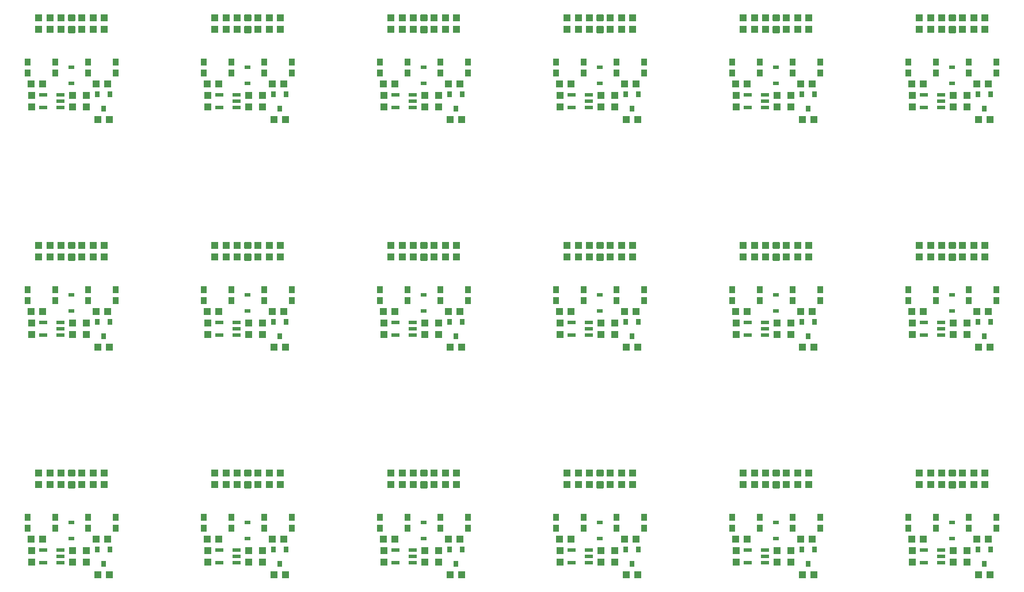
<source format=gtp>
G75*
%MOIN*%
%OFA0B0*%
%FSLAX25Y25*%
%IPPOS*%
%LPD*%
%AMOC8*
5,1,8,0,0,1.08239X$1,22.5*
%
%ADD10R,0.04331X0.03937*%
%ADD11R,0.03937X0.04331*%
%ADD12C,0.01181*%
%ADD13R,0.03150X0.03543*%
%ADD14R,0.03543X0.03937*%
%ADD15R,0.03268X0.02480*%
%ADD16R,0.04724X0.02165*%
D10*
X0093904Y0063250D03*
X0100596Y0063250D03*
X0099596Y0083750D03*
X0092904Y0083750D03*
X0062096Y0083750D03*
X0055404Y0083750D03*
X0157404Y0083750D03*
X0164096Y0083750D03*
X0194904Y0083750D03*
X0201596Y0083750D03*
X0202596Y0063250D03*
X0195904Y0063250D03*
X0259404Y0083750D03*
X0266096Y0083750D03*
X0296904Y0083750D03*
X0303596Y0083750D03*
X0304596Y0063250D03*
X0297904Y0063250D03*
X0361404Y0083750D03*
X0368096Y0083750D03*
X0398904Y0083750D03*
X0405596Y0083750D03*
X0406596Y0063250D03*
X0399904Y0063250D03*
X0463404Y0083750D03*
X0470096Y0083750D03*
X0500904Y0083750D03*
X0507596Y0083750D03*
X0508596Y0063250D03*
X0501904Y0063250D03*
X0565404Y0083750D03*
X0572096Y0083750D03*
X0602904Y0083750D03*
X0609596Y0083750D03*
X0610596Y0063250D03*
X0603904Y0063250D03*
X0603904Y0195250D03*
X0610596Y0195250D03*
X0609596Y0215750D03*
X0602904Y0215750D03*
X0572096Y0215750D03*
X0565404Y0215750D03*
X0507596Y0215750D03*
X0500904Y0215750D03*
X0501904Y0195250D03*
X0508596Y0195250D03*
X0470096Y0215750D03*
X0463404Y0215750D03*
X0405596Y0215750D03*
X0398904Y0215750D03*
X0399904Y0195250D03*
X0406596Y0195250D03*
X0368096Y0215750D03*
X0361404Y0215750D03*
X0304596Y0195250D03*
X0297904Y0195250D03*
X0296904Y0215750D03*
X0303596Y0215750D03*
X0266096Y0215750D03*
X0259404Y0215750D03*
X0201596Y0215750D03*
X0194904Y0215750D03*
X0195904Y0195250D03*
X0202596Y0195250D03*
X0164096Y0215750D03*
X0157404Y0215750D03*
X0099596Y0215750D03*
X0092904Y0215750D03*
X0093904Y0195250D03*
X0100596Y0195250D03*
X0062096Y0215750D03*
X0055404Y0215750D03*
X0093904Y0327250D03*
X0100596Y0327250D03*
X0099596Y0347750D03*
X0092904Y0347750D03*
X0062096Y0347750D03*
X0055404Y0347750D03*
X0157404Y0347750D03*
X0164096Y0347750D03*
X0194904Y0347750D03*
X0201596Y0347750D03*
X0202596Y0327250D03*
X0195904Y0327250D03*
X0259404Y0347750D03*
X0266096Y0347750D03*
X0296904Y0347750D03*
X0303596Y0347750D03*
X0304596Y0327250D03*
X0297904Y0327250D03*
X0361404Y0347750D03*
X0368096Y0347750D03*
X0398904Y0347750D03*
X0405596Y0347750D03*
X0406596Y0327250D03*
X0399904Y0327250D03*
X0463404Y0347750D03*
X0470096Y0347750D03*
X0500904Y0347750D03*
X0507596Y0347750D03*
X0508596Y0327250D03*
X0501904Y0327250D03*
X0565404Y0347750D03*
X0572096Y0347750D03*
X0602904Y0347750D03*
X0609596Y0347750D03*
X0610596Y0327250D03*
X0603904Y0327250D03*
D11*
X0597250Y0334404D03*
X0597250Y0341096D03*
X0589250Y0341096D03*
X0589250Y0334404D03*
X0565750Y0334404D03*
X0565750Y0341096D03*
X0569750Y0379404D03*
X0576250Y0379404D03*
X0582750Y0379404D03*
X0582750Y0386096D03*
X0576250Y0386096D03*
X0569750Y0386096D03*
X0594750Y0386096D03*
X0601250Y0386096D03*
X0607750Y0386096D03*
X0607750Y0379404D03*
X0601250Y0379404D03*
X0594750Y0379404D03*
X0505750Y0379404D03*
X0499250Y0379404D03*
X0492750Y0379404D03*
X0492750Y0386096D03*
X0499250Y0386096D03*
X0505750Y0386096D03*
X0480750Y0386096D03*
X0474250Y0386096D03*
X0467750Y0386096D03*
X0467750Y0379404D03*
X0474250Y0379404D03*
X0480750Y0379404D03*
X0487250Y0341096D03*
X0487250Y0334404D03*
X0495250Y0334404D03*
X0495250Y0341096D03*
X0463750Y0341096D03*
X0463750Y0334404D03*
X0393250Y0334404D03*
X0393250Y0341096D03*
X0385250Y0341096D03*
X0385250Y0334404D03*
X0361750Y0334404D03*
X0361750Y0341096D03*
X0365750Y0379404D03*
X0372250Y0379404D03*
X0378750Y0379404D03*
X0378750Y0386096D03*
X0372250Y0386096D03*
X0365750Y0386096D03*
X0390750Y0386096D03*
X0397250Y0386096D03*
X0403750Y0386096D03*
X0403750Y0379404D03*
X0397250Y0379404D03*
X0390750Y0379404D03*
X0301750Y0379404D03*
X0295250Y0379404D03*
X0288750Y0379404D03*
X0288750Y0386096D03*
X0295250Y0386096D03*
X0301750Y0386096D03*
X0276750Y0386096D03*
X0270250Y0386096D03*
X0263750Y0386096D03*
X0263750Y0379404D03*
X0270250Y0379404D03*
X0276750Y0379404D03*
X0283250Y0341096D03*
X0283250Y0334404D03*
X0291250Y0334404D03*
X0291250Y0341096D03*
X0259750Y0341096D03*
X0259750Y0334404D03*
X0199750Y0379404D03*
X0193250Y0379404D03*
X0186750Y0379404D03*
X0186750Y0386096D03*
X0193250Y0386096D03*
X0199750Y0386096D03*
X0174750Y0386096D03*
X0168250Y0386096D03*
X0161750Y0386096D03*
X0161750Y0379404D03*
X0168250Y0379404D03*
X0174750Y0379404D03*
X0181250Y0341096D03*
X0181250Y0334404D03*
X0189250Y0334404D03*
X0189250Y0341096D03*
X0157750Y0341096D03*
X0157750Y0334404D03*
X0097750Y0379404D03*
X0091250Y0379404D03*
X0084750Y0379404D03*
X0084750Y0386096D03*
X0091250Y0386096D03*
X0097750Y0386096D03*
X0072750Y0386096D03*
X0066250Y0386096D03*
X0059750Y0386096D03*
X0059750Y0379404D03*
X0066250Y0379404D03*
X0072750Y0379404D03*
X0079250Y0341096D03*
X0079250Y0334404D03*
X0087250Y0334404D03*
X0087250Y0341096D03*
X0055750Y0341096D03*
X0055750Y0334404D03*
X0059750Y0254096D03*
X0066250Y0254096D03*
X0072750Y0254096D03*
X0072750Y0247404D03*
X0066250Y0247404D03*
X0059750Y0247404D03*
X0084750Y0247404D03*
X0091250Y0247404D03*
X0097750Y0247404D03*
X0097750Y0254096D03*
X0091250Y0254096D03*
X0084750Y0254096D03*
X0087250Y0209096D03*
X0087250Y0202404D03*
X0079250Y0202404D03*
X0079250Y0209096D03*
X0055750Y0209096D03*
X0055750Y0202404D03*
X0157750Y0202404D03*
X0157750Y0209096D03*
X0181250Y0209096D03*
X0181250Y0202404D03*
X0189250Y0202404D03*
X0189250Y0209096D03*
X0186750Y0247404D03*
X0193250Y0247404D03*
X0199750Y0247404D03*
X0199750Y0254096D03*
X0193250Y0254096D03*
X0186750Y0254096D03*
X0174750Y0254096D03*
X0168250Y0254096D03*
X0161750Y0254096D03*
X0161750Y0247404D03*
X0168250Y0247404D03*
X0174750Y0247404D03*
X0263750Y0247404D03*
X0270250Y0247404D03*
X0276750Y0247404D03*
X0276750Y0254096D03*
X0270250Y0254096D03*
X0263750Y0254096D03*
X0288750Y0254096D03*
X0295250Y0254096D03*
X0301750Y0254096D03*
X0301750Y0247404D03*
X0295250Y0247404D03*
X0288750Y0247404D03*
X0291250Y0209096D03*
X0291250Y0202404D03*
X0283250Y0202404D03*
X0283250Y0209096D03*
X0259750Y0209096D03*
X0259750Y0202404D03*
X0361750Y0202404D03*
X0361750Y0209096D03*
X0385250Y0209096D03*
X0385250Y0202404D03*
X0393250Y0202404D03*
X0393250Y0209096D03*
X0390750Y0247404D03*
X0397250Y0247404D03*
X0403750Y0247404D03*
X0403750Y0254096D03*
X0397250Y0254096D03*
X0390750Y0254096D03*
X0378750Y0254096D03*
X0372250Y0254096D03*
X0365750Y0254096D03*
X0365750Y0247404D03*
X0372250Y0247404D03*
X0378750Y0247404D03*
X0463750Y0209096D03*
X0463750Y0202404D03*
X0487250Y0202404D03*
X0487250Y0209096D03*
X0495250Y0209096D03*
X0495250Y0202404D03*
X0492750Y0247404D03*
X0499250Y0247404D03*
X0505750Y0247404D03*
X0505750Y0254096D03*
X0499250Y0254096D03*
X0492750Y0254096D03*
X0480750Y0254096D03*
X0474250Y0254096D03*
X0467750Y0254096D03*
X0467750Y0247404D03*
X0474250Y0247404D03*
X0480750Y0247404D03*
X0569750Y0247404D03*
X0576250Y0247404D03*
X0582750Y0247404D03*
X0582750Y0254096D03*
X0576250Y0254096D03*
X0569750Y0254096D03*
X0594750Y0254096D03*
X0601250Y0254096D03*
X0607750Y0254096D03*
X0607750Y0247404D03*
X0601250Y0247404D03*
X0594750Y0247404D03*
X0597250Y0209096D03*
X0597250Y0202404D03*
X0589250Y0202404D03*
X0589250Y0209096D03*
X0565750Y0209096D03*
X0565750Y0202404D03*
X0569750Y0122096D03*
X0576250Y0122096D03*
X0582750Y0122096D03*
X0582750Y0115404D03*
X0576250Y0115404D03*
X0569750Y0115404D03*
X0594750Y0115404D03*
X0601250Y0115404D03*
X0607750Y0115404D03*
X0607750Y0122096D03*
X0601250Y0122096D03*
X0594750Y0122096D03*
X0597250Y0077096D03*
X0597250Y0070404D03*
X0589250Y0070404D03*
X0589250Y0077096D03*
X0565750Y0077096D03*
X0565750Y0070404D03*
X0505750Y0115404D03*
X0499250Y0115404D03*
X0492750Y0115404D03*
X0492750Y0122096D03*
X0499250Y0122096D03*
X0505750Y0122096D03*
X0480750Y0122096D03*
X0474250Y0122096D03*
X0467750Y0122096D03*
X0467750Y0115404D03*
X0474250Y0115404D03*
X0480750Y0115404D03*
X0487250Y0077096D03*
X0487250Y0070404D03*
X0495250Y0070404D03*
X0495250Y0077096D03*
X0463750Y0077096D03*
X0463750Y0070404D03*
X0393250Y0070404D03*
X0393250Y0077096D03*
X0385250Y0077096D03*
X0385250Y0070404D03*
X0361750Y0070404D03*
X0361750Y0077096D03*
X0365750Y0115404D03*
X0372250Y0115404D03*
X0378750Y0115404D03*
X0378750Y0122096D03*
X0372250Y0122096D03*
X0365750Y0122096D03*
X0390750Y0122096D03*
X0397250Y0122096D03*
X0403750Y0122096D03*
X0403750Y0115404D03*
X0397250Y0115404D03*
X0390750Y0115404D03*
X0301750Y0115404D03*
X0295250Y0115404D03*
X0288750Y0115404D03*
X0288750Y0122096D03*
X0295250Y0122096D03*
X0301750Y0122096D03*
X0276750Y0122096D03*
X0270250Y0122096D03*
X0263750Y0122096D03*
X0263750Y0115404D03*
X0270250Y0115404D03*
X0276750Y0115404D03*
X0283250Y0077096D03*
X0283250Y0070404D03*
X0291250Y0070404D03*
X0291250Y0077096D03*
X0259750Y0077096D03*
X0259750Y0070404D03*
X0199750Y0115404D03*
X0193250Y0115404D03*
X0186750Y0115404D03*
X0186750Y0122096D03*
X0193250Y0122096D03*
X0199750Y0122096D03*
X0174750Y0122096D03*
X0168250Y0122096D03*
X0161750Y0122096D03*
X0161750Y0115404D03*
X0168250Y0115404D03*
X0174750Y0115404D03*
X0181250Y0077096D03*
X0181250Y0070404D03*
X0189250Y0070404D03*
X0189250Y0077096D03*
X0157750Y0077096D03*
X0157750Y0070404D03*
X0097750Y0115404D03*
X0091250Y0115404D03*
X0084750Y0115404D03*
X0084750Y0122096D03*
X0091250Y0122096D03*
X0097750Y0122096D03*
X0072750Y0122096D03*
X0066250Y0122096D03*
X0059750Y0122096D03*
X0059750Y0115404D03*
X0066250Y0115404D03*
X0072750Y0115404D03*
X0079250Y0077096D03*
X0079250Y0070404D03*
X0087250Y0070404D03*
X0087250Y0077096D03*
X0055750Y0077096D03*
X0055750Y0070404D03*
D12*
X0077372Y0116675D02*
X0080128Y0116675D01*
X0080128Y0113919D01*
X0077372Y0113919D01*
X0077372Y0116675D01*
X0077372Y0115041D02*
X0080128Y0115041D01*
X0080128Y0116163D02*
X0077372Y0116163D01*
X0077372Y0123581D02*
X0080128Y0123581D01*
X0080128Y0120825D01*
X0077372Y0120825D01*
X0077372Y0123581D01*
X0077372Y0121947D02*
X0080128Y0121947D01*
X0080128Y0123069D02*
X0077372Y0123069D01*
X0179372Y0123581D02*
X0182128Y0123581D01*
X0182128Y0120825D01*
X0179372Y0120825D01*
X0179372Y0123581D01*
X0179372Y0121947D02*
X0182128Y0121947D01*
X0182128Y0123069D02*
X0179372Y0123069D01*
X0179372Y0116675D02*
X0182128Y0116675D01*
X0182128Y0113919D01*
X0179372Y0113919D01*
X0179372Y0116675D01*
X0179372Y0115041D02*
X0182128Y0115041D01*
X0182128Y0116163D02*
X0179372Y0116163D01*
X0281372Y0116675D02*
X0284128Y0116675D01*
X0284128Y0113919D01*
X0281372Y0113919D01*
X0281372Y0116675D01*
X0281372Y0115041D02*
X0284128Y0115041D01*
X0284128Y0116163D02*
X0281372Y0116163D01*
X0281372Y0123581D02*
X0284128Y0123581D01*
X0284128Y0120825D01*
X0281372Y0120825D01*
X0281372Y0123581D01*
X0281372Y0121947D02*
X0284128Y0121947D01*
X0284128Y0123069D02*
X0281372Y0123069D01*
X0383372Y0123581D02*
X0386128Y0123581D01*
X0386128Y0120825D01*
X0383372Y0120825D01*
X0383372Y0123581D01*
X0383372Y0121947D02*
X0386128Y0121947D01*
X0386128Y0123069D02*
X0383372Y0123069D01*
X0383372Y0116675D02*
X0386128Y0116675D01*
X0386128Y0113919D01*
X0383372Y0113919D01*
X0383372Y0116675D01*
X0383372Y0115041D02*
X0386128Y0115041D01*
X0386128Y0116163D02*
X0383372Y0116163D01*
X0485372Y0116675D02*
X0488128Y0116675D01*
X0488128Y0113919D01*
X0485372Y0113919D01*
X0485372Y0116675D01*
X0485372Y0115041D02*
X0488128Y0115041D01*
X0488128Y0116163D02*
X0485372Y0116163D01*
X0485372Y0123581D02*
X0488128Y0123581D01*
X0488128Y0120825D01*
X0485372Y0120825D01*
X0485372Y0123581D01*
X0485372Y0121947D02*
X0488128Y0121947D01*
X0488128Y0123069D02*
X0485372Y0123069D01*
X0587372Y0123581D02*
X0590128Y0123581D01*
X0590128Y0120825D01*
X0587372Y0120825D01*
X0587372Y0123581D01*
X0587372Y0121947D02*
X0590128Y0121947D01*
X0590128Y0123069D02*
X0587372Y0123069D01*
X0587372Y0116675D02*
X0590128Y0116675D01*
X0590128Y0113919D01*
X0587372Y0113919D01*
X0587372Y0116675D01*
X0587372Y0115041D02*
X0590128Y0115041D01*
X0590128Y0116163D02*
X0587372Y0116163D01*
X0587372Y0248675D02*
X0590128Y0248675D01*
X0590128Y0245919D01*
X0587372Y0245919D01*
X0587372Y0248675D01*
X0587372Y0247041D02*
X0590128Y0247041D01*
X0590128Y0248163D02*
X0587372Y0248163D01*
X0587372Y0255581D02*
X0590128Y0255581D01*
X0590128Y0252825D01*
X0587372Y0252825D01*
X0587372Y0255581D01*
X0587372Y0253947D02*
X0590128Y0253947D01*
X0590128Y0255069D02*
X0587372Y0255069D01*
X0488128Y0255581D02*
X0485372Y0255581D01*
X0488128Y0255581D02*
X0488128Y0252825D01*
X0485372Y0252825D01*
X0485372Y0255581D01*
X0485372Y0253947D02*
X0488128Y0253947D01*
X0488128Y0255069D02*
X0485372Y0255069D01*
X0485372Y0248675D02*
X0488128Y0248675D01*
X0488128Y0245919D01*
X0485372Y0245919D01*
X0485372Y0248675D01*
X0485372Y0247041D02*
X0488128Y0247041D01*
X0488128Y0248163D02*
X0485372Y0248163D01*
X0386128Y0248675D02*
X0383372Y0248675D01*
X0386128Y0248675D02*
X0386128Y0245919D01*
X0383372Y0245919D01*
X0383372Y0248675D01*
X0383372Y0247041D02*
X0386128Y0247041D01*
X0386128Y0248163D02*
X0383372Y0248163D01*
X0383372Y0255581D02*
X0386128Y0255581D01*
X0386128Y0252825D01*
X0383372Y0252825D01*
X0383372Y0255581D01*
X0383372Y0253947D02*
X0386128Y0253947D01*
X0386128Y0255069D02*
X0383372Y0255069D01*
X0284128Y0255581D02*
X0281372Y0255581D01*
X0284128Y0255581D02*
X0284128Y0252825D01*
X0281372Y0252825D01*
X0281372Y0255581D01*
X0281372Y0253947D02*
X0284128Y0253947D01*
X0284128Y0255069D02*
X0281372Y0255069D01*
X0281372Y0248675D02*
X0284128Y0248675D01*
X0284128Y0245919D01*
X0281372Y0245919D01*
X0281372Y0248675D01*
X0281372Y0247041D02*
X0284128Y0247041D01*
X0284128Y0248163D02*
X0281372Y0248163D01*
X0182128Y0248675D02*
X0179372Y0248675D01*
X0182128Y0248675D02*
X0182128Y0245919D01*
X0179372Y0245919D01*
X0179372Y0248675D01*
X0179372Y0247041D02*
X0182128Y0247041D01*
X0182128Y0248163D02*
X0179372Y0248163D01*
X0179372Y0255581D02*
X0182128Y0255581D01*
X0182128Y0252825D01*
X0179372Y0252825D01*
X0179372Y0255581D01*
X0179372Y0253947D02*
X0182128Y0253947D01*
X0182128Y0255069D02*
X0179372Y0255069D01*
X0080128Y0255581D02*
X0077372Y0255581D01*
X0080128Y0255581D02*
X0080128Y0252825D01*
X0077372Y0252825D01*
X0077372Y0255581D01*
X0077372Y0253947D02*
X0080128Y0253947D01*
X0080128Y0255069D02*
X0077372Y0255069D01*
X0077372Y0248675D02*
X0080128Y0248675D01*
X0080128Y0245919D01*
X0077372Y0245919D01*
X0077372Y0248675D01*
X0077372Y0247041D02*
X0080128Y0247041D01*
X0080128Y0248163D02*
X0077372Y0248163D01*
X0077372Y0380675D02*
X0080128Y0380675D01*
X0080128Y0377919D01*
X0077372Y0377919D01*
X0077372Y0380675D01*
X0077372Y0379041D02*
X0080128Y0379041D01*
X0080128Y0380163D02*
X0077372Y0380163D01*
X0077372Y0387581D02*
X0080128Y0387581D01*
X0080128Y0384825D01*
X0077372Y0384825D01*
X0077372Y0387581D01*
X0077372Y0385947D02*
X0080128Y0385947D01*
X0080128Y0387069D02*
X0077372Y0387069D01*
X0179372Y0387581D02*
X0182128Y0387581D01*
X0182128Y0384825D01*
X0179372Y0384825D01*
X0179372Y0387581D01*
X0179372Y0385947D02*
X0182128Y0385947D01*
X0182128Y0387069D02*
X0179372Y0387069D01*
X0179372Y0380675D02*
X0182128Y0380675D01*
X0182128Y0377919D01*
X0179372Y0377919D01*
X0179372Y0380675D01*
X0179372Y0379041D02*
X0182128Y0379041D01*
X0182128Y0380163D02*
X0179372Y0380163D01*
X0281372Y0380675D02*
X0284128Y0380675D01*
X0284128Y0377919D01*
X0281372Y0377919D01*
X0281372Y0380675D01*
X0281372Y0379041D02*
X0284128Y0379041D01*
X0284128Y0380163D02*
X0281372Y0380163D01*
X0281372Y0387581D02*
X0284128Y0387581D01*
X0284128Y0384825D01*
X0281372Y0384825D01*
X0281372Y0387581D01*
X0281372Y0385947D02*
X0284128Y0385947D01*
X0284128Y0387069D02*
X0281372Y0387069D01*
X0383372Y0387581D02*
X0386128Y0387581D01*
X0386128Y0384825D01*
X0383372Y0384825D01*
X0383372Y0387581D01*
X0383372Y0385947D02*
X0386128Y0385947D01*
X0386128Y0387069D02*
X0383372Y0387069D01*
X0383372Y0380675D02*
X0386128Y0380675D01*
X0386128Y0377919D01*
X0383372Y0377919D01*
X0383372Y0380675D01*
X0383372Y0379041D02*
X0386128Y0379041D01*
X0386128Y0380163D02*
X0383372Y0380163D01*
X0485372Y0380675D02*
X0488128Y0380675D01*
X0488128Y0377919D01*
X0485372Y0377919D01*
X0485372Y0380675D01*
X0485372Y0379041D02*
X0488128Y0379041D01*
X0488128Y0380163D02*
X0485372Y0380163D01*
X0485372Y0387581D02*
X0488128Y0387581D01*
X0488128Y0384825D01*
X0485372Y0384825D01*
X0485372Y0387581D01*
X0485372Y0385947D02*
X0488128Y0385947D01*
X0488128Y0387069D02*
X0485372Y0387069D01*
X0587372Y0387581D02*
X0590128Y0387581D01*
X0590128Y0384825D01*
X0587372Y0384825D01*
X0587372Y0387581D01*
X0587372Y0385947D02*
X0590128Y0385947D01*
X0590128Y0387069D02*
X0587372Y0387069D01*
X0587372Y0380675D02*
X0590128Y0380675D01*
X0590128Y0377919D01*
X0587372Y0377919D01*
X0587372Y0380675D01*
X0587372Y0379041D02*
X0590128Y0379041D01*
X0590128Y0380163D02*
X0587372Y0380163D01*
D13*
X0603510Y0341687D03*
X0610990Y0341687D03*
X0607250Y0333419D03*
X0508990Y0341687D03*
X0501510Y0341687D03*
X0505250Y0333419D03*
X0406990Y0341687D03*
X0399510Y0341687D03*
X0403250Y0333419D03*
X0304990Y0341687D03*
X0297510Y0341687D03*
X0301250Y0333419D03*
X0202990Y0341687D03*
X0195510Y0341687D03*
X0199250Y0333419D03*
X0100990Y0341687D03*
X0093510Y0341687D03*
X0097250Y0333419D03*
X0093510Y0209687D03*
X0100990Y0209687D03*
X0097250Y0201419D03*
X0195510Y0209687D03*
X0202990Y0209687D03*
X0199250Y0201419D03*
X0297510Y0209687D03*
X0304990Y0209687D03*
X0301250Y0201419D03*
X0399510Y0209687D03*
X0406990Y0209687D03*
X0403250Y0201419D03*
X0501510Y0209687D03*
X0508990Y0209687D03*
X0505250Y0201419D03*
X0603510Y0209687D03*
X0610990Y0209687D03*
X0607250Y0201419D03*
X0603510Y0077687D03*
X0610990Y0077687D03*
X0607250Y0069419D03*
X0508990Y0077687D03*
X0501510Y0077687D03*
X0505250Y0069419D03*
X0406990Y0077687D03*
X0399510Y0077687D03*
X0403250Y0069419D03*
X0304990Y0077687D03*
X0297510Y0077687D03*
X0301250Y0069419D03*
X0202990Y0077687D03*
X0195510Y0077687D03*
X0199250Y0069419D03*
X0100990Y0077687D03*
X0093510Y0077687D03*
X0097250Y0069419D03*
D14*
X0104321Y0090100D03*
X0104321Y0096400D03*
X0088179Y0096400D03*
X0088179Y0090100D03*
X0069321Y0090100D03*
X0069321Y0096400D03*
X0053179Y0096400D03*
X0053179Y0090100D03*
X0155179Y0090100D03*
X0155179Y0096400D03*
X0171321Y0096400D03*
X0171321Y0090100D03*
X0190179Y0090100D03*
X0190179Y0096400D03*
X0206321Y0096400D03*
X0206321Y0090100D03*
X0257179Y0090100D03*
X0257179Y0096400D03*
X0273321Y0096400D03*
X0273321Y0090100D03*
X0292179Y0090100D03*
X0292179Y0096400D03*
X0308321Y0096400D03*
X0308321Y0090100D03*
X0359179Y0090100D03*
X0359179Y0096400D03*
X0375321Y0096400D03*
X0375321Y0090100D03*
X0394179Y0090100D03*
X0394179Y0096400D03*
X0410321Y0096400D03*
X0410321Y0090100D03*
X0461179Y0090100D03*
X0461179Y0096400D03*
X0477321Y0096400D03*
X0477321Y0090100D03*
X0496179Y0090100D03*
X0496179Y0096400D03*
X0512321Y0096400D03*
X0512321Y0090100D03*
X0563179Y0090100D03*
X0563179Y0096400D03*
X0579321Y0096400D03*
X0579321Y0090100D03*
X0598179Y0090100D03*
X0598179Y0096400D03*
X0614321Y0096400D03*
X0614321Y0090100D03*
X0614321Y0222100D03*
X0614321Y0228400D03*
X0598179Y0228400D03*
X0598179Y0222100D03*
X0579321Y0222100D03*
X0579321Y0228400D03*
X0563179Y0228400D03*
X0563179Y0222100D03*
X0512321Y0222100D03*
X0512321Y0228400D03*
X0496179Y0228400D03*
X0496179Y0222100D03*
X0477321Y0222100D03*
X0477321Y0228400D03*
X0461179Y0228400D03*
X0461179Y0222100D03*
X0410321Y0222100D03*
X0410321Y0228400D03*
X0394179Y0228400D03*
X0394179Y0222100D03*
X0375321Y0222100D03*
X0375321Y0228400D03*
X0359179Y0228400D03*
X0359179Y0222100D03*
X0308321Y0222100D03*
X0308321Y0228400D03*
X0292179Y0228400D03*
X0292179Y0222100D03*
X0273321Y0222100D03*
X0273321Y0228400D03*
X0257179Y0228400D03*
X0257179Y0222100D03*
X0206321Y0222100D03*
X0206321Y0228400D03*
X0190179Y0228400D03*
X0190179Y0222100D03*
X0171321Y0222100D03*
X0171321Y0228400D03*
X0155179Y0228400D03*
X0155179Y0222100D03*
X0104321Y0222100D03*
X0104321Y0228400D03*
X0088179Y0228400D03*
X0088179Y0222100D03*
X0069321Y0222100D03*
X0069321Y0228400D03*
X0053179Y0228400D03*
X0053179Y0222100D03*
X0053179Y0354100D03*
X0053179Y0360400D03*
X0069321Y0360400D03*
X0069321Y0354100D03*
X0088179Y0354100D03*
X0088179Y0360400D03*
X0104321Y0360400D03*
X0104321Y0354100D03*
X0155179Y0354100D03*
X0155179Y0360400D03*
X0171321Y0360400D03*
X0171321Y0354100D03*
X0190179Y0354100D03*
X0190179Y0360400D03*
X0206321Y0360400D03*
X0206321Y0354100D03*
X0257179Y0354100D03*
X0257179Y0360400D03*
X0273321Y0360400D03*
X0273321Y0354100D03*
X0292179Y0354100D03*
X0292179Y0360400D03*
X0308321Y0360400D03*
X0308321Y0354100D03*
X0359179Y0354100D03*
X0359179Y0360400D03*
X0375321Y0360400D03*
X0375321Y0354100D03*
X0394179Y0354100D03*
X0394179Y0360400D03*
X0410321Y0360400D03*
X0410321Y0354100D03*
X0461179Y0354100D03*
X0461179Y0360400D03*
X0477321Y0360400D03*
X0477321Y0354100D03*
X0496179Y0354100D03*
X0496179Y0360400D03*
X0512321Y0360400D03*
X0512321Y0354100D03*
X0563179Y0354100D03*
X0563179Y0360400D03*
X0579321Y0360400D03*
X0579321Y0354100D03*
X0598179Y0354100D03*
X0598179Y0360400D03*
X0614321Y0360400D03*
X0614321Y0354100D03*
D15*
X0588750Y0357278D03*
X0588750Y0348222D03*
X0486750Y0348222D03*
X0486750Y0357278D03*
X0384750Y0357278D03*
X0384750Y0348222D03*
X0282750Y0348222D03*
X0282750Y0357278D03*
X0180750Y0357278D03*
X0180750Y0348222D03*
X0078750Y0348222D03*
X0078750Y0357278D03*
X0078750Y0225278D03*
X0078750Y0216222D03*
X0180750Y0216222D03*
X0180750Y0225278D03*
X0282750Y0225278D03*
X0282750Y0216222D03*
X0384750Y0216222D03*
X0384750Y0225278D03*
X0486750Y0225278D03*
X0486750Y0216222D03*
X0588750Y0216222D03*
X0588750Y0225278D03*
X0588750Y0093278D03*
X0588750Y0084222D03*
X0486750Y0084222D03*
X0486750Y0093278D03*
X0384750Y0093278D03*
X0384750Y0084222D03*
X0282750Y0084222D03*
X0282750Y0093278D03*
X0180750Y0093278D03*
X0180750Y0084222D03*
X0078750Y0084222D03*
X0078750Y0093278D03*
D16*
X0072369Y0077490D03*
X0072369Y0073750D03*
X0072369Y0070010D03*
X0062131Y0070010D03*
X0062131Y0077490D03*
X0164131Y0077490D03*
X0164131Y0070010D03*
X0174369Y0070010D03*
X0174369Y0073750D03*
X0174369Y0077490D03*
X0266131Y0077490D03*
X0266131Y0070010D03*
X0276369Y0070010D03*
X0276369Y0073750D03*
X0276369Y0077490D03*
X0368131Y0077490D03*
X0368131Y0070010D03*
X0378369Y0070010D03*
X0378369Y0073750D03*
X0378369Y0077490D03*
X0470131Y0077490D03*
X0470131Y0070010D03*
X0480369Y0070010D03*
X0480369Y0073750D03*
X0480369Y0077490D03*
X0572131Y0077490D03*
X0572131Y0070010D03*
X0582369Y0070010D03*
X0582369Y0073750D03*
X0582369Y0077490D03*
X0582369Y0202010D03*
X0582369Y0205750D03*
X0582369Y0209490D03*
X0572131Y0209490D03*
X0572131Y0202010D03*
X0480369Y0202010D03*
X0480369Y0205750D03*
X0480369Y0209490D03*
X0470131Y0209490D03*
X0470131Y0202010D03*
X0378369Y0202010D03*
X0378369Y0205750D03*
X0378369Y0209490D03*
X0368131Y0209490D03*
X0368131Y0202010D03*
X0276369Y0202010D03*
X0276369Y0205750D03*
X0276369Y0209490D03*
X0266131Y0209490D03*
X0266131Y0202010D03*
X0174369Y0202010D03*
X0174369Y0205750D03*
X0174369Y0209490D03*
X0164131Y0209490D03*
X0164131Y0202010D03*
X0072369Y0202010D03*
X0072369Y0205750D03*
X0072369Y0209490D03*
X0062131Y0209490D03*
X0062131Y0202010D03*
X0062131Y0334010D03*
X0072369Y0334010D03*
X0072369Y0337750D03*
X0072369Y0341490D03*
X0062131Y0341490D03*
X0164131Y0341490D03*
X0174369Y0341490D03*
X0174369Y0337750D03*
X0174369Y0334010D03*
X0164131Y0334010D03*
X0266131Y0334010D03*
X0266131Y0341490D03*
X0276369Y0341490D03*
X0276369Y0337750D03*
X0276369Y0334010D03*
X0368131Y0334010D03*
X0368131Y0341490D03*
X0378369Y0341490D03*
X0378369Y0337750D03*
X0378369Y0334010D03*
X0470131Y0334010D03*
X0480369Y0334010D03*
X0480369Y0337750D03*
X0480369Y0341490D03*
X0470131Y0341490D03*
X0572131Y0341490D03*
X0582369Y0341490D03*
X0582369Y0337750D03*
X0582369Y0334010D03*
X0572131Y0334010D03*
M02*

</source>
